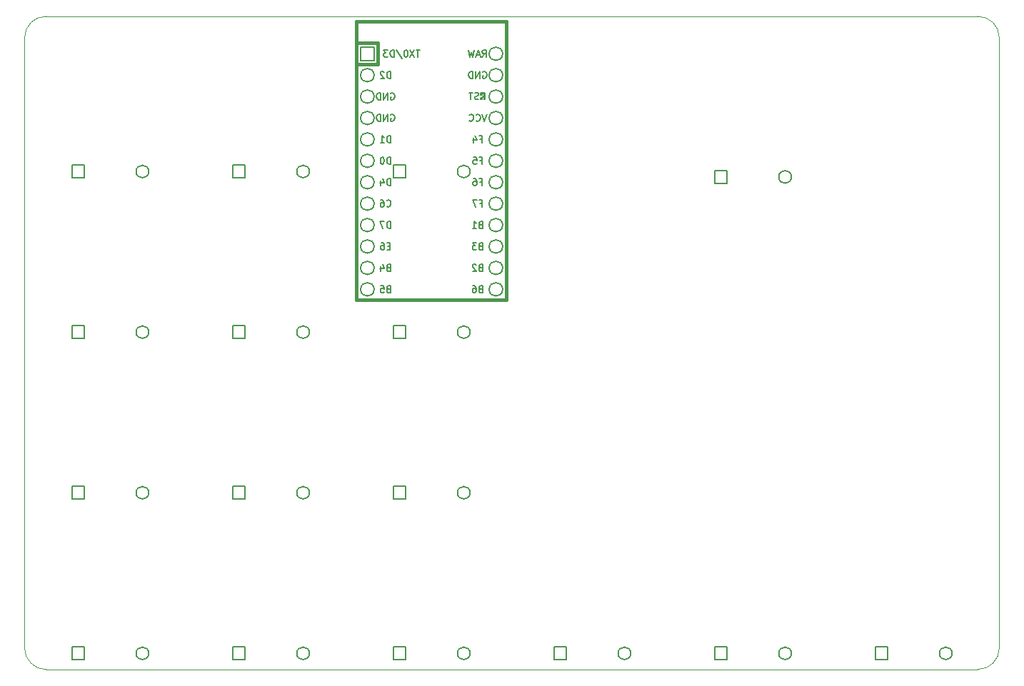
<source format=gbr>
G04 #@! TF.GenerationSoftware,KiCad,Pcbnew,(5.1.5)-3*
G04 #@! TF.CreationDate,2020-09-12T16:36:05+03:00*
G04 #@! TF.ProjectId,taro,7461726f-2e6b-4696-9361-645f70636258,rev?*
G04 #@! TF.SameCoordinates,Original*
G04 #@! TF.FileFunction,Legend,Bot*
G04 #@! TF.FilePolarity,Positive*
%FSLAX46Y46*%
G04 Gerber Fmt 4.6, Leading zero omitted, Abs format (unit mm)*
G04 Created by KiCad (PCBNEW (5.1.5)-3) date 2020-09-12 16:36:05*
%MOMM*%
%LPD*%
G04 APERTURE LIST*
G04 #@! TA.AperFunction,Profile*
%ADD10C,0.050000*%
G04 #@! TD*
%ADD11C,0.381000*%
%ADD12C,0.150000*%
G04 APERTURE END LIST*
D10*
X46355000Y-140335000D02*
X156845000Y-140335000D01*
X43815000Y-65405000D02*
X43815000Y-137795000D01*
X156845000Y-62865000D02*
X46355000Y-62865000D01*
X159385000Y-137795000D02*
X159385000Y-65405000D01*
X159385000Y-137795000D02*
G75*
G02X156845000Y-140335000I-2540000J0D01*
G01*
X46355000Y-140335000D02*
G75*
G02X43815000Y-137795000I0J2540000D01*
G01*
X43815000Y-65405000D02*
G75*
G02X46355000Y-62865000I2540000J0D01*
G01*
X156845000Y-62865000D02*
G75*
G02X159385000Y-65405000I0J-2540000D01*
G01*
D11*
G04 #@! TO.C,U1*
X85725000Y-68580000D02*
X83185000Y-68580000D01*
X85725000Y-66040000D02*
X85725000Y-68580000D01*
D12*
G36*
X98119635Y-72329030D02*
G01*
X98119635Y-72429030D01*
X98219635Y-72429030D01*
X98219635Y-72329030D01*
X98119635Y-72329030D01*
G37*
X98119635Y-72329030D02*
X98119635Y-72429030D01*
X98219635Y-72429030D01*
X98219635Y-72329030D01*
X98119635Y-72329030D01*
G36*
X98319635Y-71929030D02*
G01*
X98319635Y-72729030D01*
X98419635Y-72729030D01*
X98419635Y-71929030D01*
X98319635Y-71929030D01*
G37*
X98319635Y-71929030D02*
X98319635Y-72729030D01*
X98419635Y-72729030D01*
X98419635Y-71929030D01*
X98319635Y-71929030D01*
G36*
X97919635Y-72529030D02*
G01*
X97919635Y-72729030D01*
X98019635Y-72729030D01*
X98019635Y-72529030D01*
X97919635Y-72529030D01*
G37*
X97919635Y-72529030D02*
X97919635Y-72729030D01*
X98019635Y-72729030D01*
X98019635Y-72529030D01*
X97919635Y-72529030D01*
G36*
X97919635Y-71929030D02*
G01*
X97919635Y-72229030D01*
X98019635Y-72229030D01*
X98019635Y-71929030D01*
X97919635Y-71929030D01*
G37*
X97919635Y-71929030D02*
X97919635Y-72229030D01*
X98019635Y-72229030D01*
X98019635Y-71929030D01*
X97919635Y-71929030D01*
G36*
X97919635Y-71929030D02*
G01*
X97919635Y-72029030D01*
X98419635Y-72029030D01*
X98419635Y-71929030D01*
X97919635Y-71929030D01*
G37*
X97919635Y-71929030D02*
X97919635Y-72029030D01*
X98419635Y-72029030D01*
X98419635Y-71929030D01*
X97919635Y-71929030D01*
D11*
X100965000Y-96520000D02*
X100965000Y-63500000D01*
X83185000Y-96520000D02*
X100965000Y-96520000D01*
X83185000Y-63500000D02*
X83185000Y-96520000D01*
X100965000Y-63500000D02*
X83185000Y-63500000D01*
X85725000Y-66040000D02*
X83185000Y-66040000D01*
G04 #@! TD*
D12*
G04 #@! TO.C,U1*
X83653700Y-66508700D02*
X83653700Y-68111300D01*
X85256300Y-68111300D01*
X85256300Y-66508700D01*
X83653700Y-66508700D01*
X85256300Y-69850000D02*
G75*
G03X85256300Y-69850000I-801300J0D01*
G01*
X85256300Y-72390000D02*
G75*
G03X85256300Y-72390000I-801300J0D01*
G01*
X85256300Y-74930000D02*
G75*
G03X85256300Y-74930000I-801300J0D01*
G01*
X85256300Y-77470000D02*
G75*
G03X85256300Y-77470000I-801300J0D01*
G01*
X85256300Y-80010000D02*
G75*
G03X85256300Y-80010000I-801300J0D01*
G01*
X85256300Y-82550000D02*
G75*
G03X85256300Y-82550000I-801300J0D01*
G01*
X85256300Y-85090000D02*
G75*
G03X85256300Y-85090000I-801300J0D01*
G01*
X85256300Y-87630000D02*
G75*
G03X85256300Y-87630000I-801300J0D01*
G01*
X85256300Y-90170000D02*
G75*
G03X85256300Y-90170000I-801300J0D01*
G01*
X85256300Y-92710000D02*
G75*
G03X85256300Y-92710000I-801300J0D01*
G01*
X100496300Y-95250000D02*
G75*
G03X100496300Y-95250000I-801300J0D01*
G01*
X100496300Y-92710000D02*
G75*
G03X100496300Y-92710000I-801300J0D01*
G01*
X100496300Y-90170000D02*
G75*
G03X100496300Y-90170000I-801300J0D01*
G01*
X100496300Y-87630000D02*
G75*
G03X100496300Y-87630000I-801300J0D01*
G01*
X100496300Y-85090000D02*
G75*
G03X100496300Y-85090000I-801300J0D01*
G01*
X100496300Y-82550000D02*
G75*
G03X100496300Y-82550000I-801300J0D01*
G01*
X100496300Y-80010000D02*
G75*
G03X100496300Y-80010000I-801300J0D01*
G01*
X100496300Y-77470000D02*
G75*
G03X100496300Y-77470000I-801300J0D01*
G01*
X100496300Y-74930000D02*
G75*
G03X100496300Y-74930000I-801300J0D01*
G01*
X100496300Y-72390000D02*
G75*
G03X100496300Y-72390000I-801300J0D01*
G01*
X100496300Y-69850000D02*
G75*
G03X100496300Y-69850000I-801300J0D01*
G01*
X85256300Y-95250000D02*
G75*
G03X85256300Y-95250000I-801300J0D01*
G01*
X100496300Y-67310000D02*
G75*
G03X100496300Y-67310000I-801300J0D01*
G01*
G04 #@! TD*
G04 #@! TO.C,D16*
X153785500Y-138430000D02*
G75*
G03X153785500Y-138430000I-750500J0D01*
G01*
X144664500Y-137679500D02*
X144664500Y-139180500D01*
X146165500Y-139180500D01*
X146165500Y-137679500D01*
X144664500Y-137679500D01*
G04 #@! TD*
G04 #@! TO.C,D15*
X134735500Y-138430000D02*
G75*
G03X134735500Y-138430000I-750500J0D01*
G01*
X125614500Y-137679500D02*
X125614500Y-139180500D01*
X127115500Y-139180500D01*
X127115500Y-137679500D01*
X125614500Y-137679500D01*
G04 #@! TD*
G04 #@! TO.C,D14*
X134735500Y-81915000D02*
G75*
G03X134735500Y-81915000I-750500J0D01*
G01*
X125614500Y-81164500D02*
X125614500Y-82665500D01*
X127115500Y-82665500D01*
X127115500Y-81164500D01*
X125614500Y-81164500D01*
G04 #@! TD*
G04 #@! TO.C,D13*
X115685500Y-138430000D02*
G75*
G03X115685500Y-138430000I-750500J0D01*
G01*
X106564500Y-137679500D02*
X106564500Y-139180500D01*
X108065500Y-139180500D01*
X108065500Y-137679500D01*
X106564500Y-137679500D01*
G04 #@! TD*
G04 #@! TO.C,D12*
X96635500Y-138430000D02*
G75*
G03X96635500Y-138430000I-750500J0D01*
G01*
X87514500Y-137679500D02*
X87514500Y-139180500D01*
X89015500Y-139180500D01*
X89015500Y-137679500D01*
X87514500Y-137679500D01*
G04 #@! TD*
G04 #@! TO.C,D11*
X96635500Y-119380000D02*
G75*
G03X96635500Y-119380000I-750500J0D01*
G01*
X87514500Y-118629500D02*
X87514500Y-120130500D01*
X89015500Y-120130500D01*
X89015500Y-118629500D01*
X87514500Y-118629500D01*
G04 #@! TD*
G04 #@! TO.C,D10*
X96635500Y-100330000D02*
G75*
G03X96635500Y-100330000I-750500J0D01*
G01*
X87514500Y-99579500D02*
X87514500Y-101080500D01*
X89015500Y-101080500D01*
X89015500Y-99579500D01*
X87514500Y-99579500D01*
G04 #@! TD*
G04 #@! TO.C,D9*
X96635500Y-81280000D02*
G75*
G03X96635500Y-81280000I-750500J0D01*
G01*
X87514500Y-80529500D02*
X87514500Y-82030500D01*
X89015500Y-82030500D01*
X89015500Y-80529500D01*
X87514500Y-80529500D01*
G04 #@! TD*
G04 #@! TO.C,D8*
X77585500Y-138430000D02*
G75*
G03X77585500Y-138430000I-750500J0D01*
G01*
X68464500Y-137679500D02*
X68464500Y-139180500D01*
X69965500Y-139180500D01*
X69965500Y-137679500D01*
X68464500Y-137679500D01*
G04 #@! TD*
G04 #@! TO.C,D7*
X77585500Y-119380000D02*
G75*
G03X77585500Y-119380000I-750500J0D01*
G01*
X68464500Y-118629500D02*
X68464500Y-120130500D01*
X69965500Y-120130500D01*
X69965500Y-118629500D01*
X68464500Y-118629500D01*
G04 #@! TD*
G04 #@! TO.C,D6*
X77585500Y-100330000D02*
G75*
G03X77585500Y-100330000I-750500J0D01*
G01*
X68464500Y-99579500D02*
X68464500Y-101080500D01*
X69965500Y-101080500D01*
X69965500Y-99579500D01*
X68464500Y-99579500D01*
G04 #@! TD*
G04 #@! TO.C,D5*
X77585500Y-81280000D02*
G75*
G03X77585500Y-81280000I-750500J0D01*
G01*
X68464500Y-80529500D02*
X68464500Y-82030500D01*
X69965500Y-82030500D01*
X69965500Y-80529500D01*
X68464500Y-80529500D01*
G04 #@! TD*
G04 #@! TO.C,D4*
X58535500Y-138430000D02*
G75*
G03X58535500Y-138430000I-750500J0D01*
G01*
X49414500Y-137679500D02*
X49414500Y-139180500D01*
X50915500Y-139180500D01*
X50915500Y-137679500D01*
X49414500Y-137679500D01*
G04 #@! TD*
G04 #@! TO.C,D3*
X58535500Y-119380000D02*
G75*
G03X58535500Y-119380000I-750500J0D01*
G01*
X49414500Y-118629500D02*
X49414500Y-120130500D01*
X50915500Y-120130500D01*
X50915500Y-118629500D01*
X49414500Y-118629500D01*
G04 #@! TD*
G04 #@! TO.C,D2*
X58535500Y-100330000D02*
G75*
G03X58535500Y-100330000I-750500J0D01*
G01*
X49414500Y-99579500D02*
X49414500Y-101080500D01*
X50915500Y-101080500D01*
X50915500Y-99579500D01*
X49414500Y-99579500D01*
G04 #@! TD*
G04 #@! TO.C,D1*
X58535500Y-81280000D02*
G75*
G03X58535500Y-81280000I-750500J0D01*
G01*
X49414500Y-80529500D02*
X49414500Y-82030500D01*
X50915500Y-82030500D01*
X50915500Y-80529500D01*
X49414500Y-80529500D01*
G04 #@! TD*
G04 #@! TO.C,U1*
X87204476Y-70211904D02*
X87204476Y-69411904D01*
X87014000Y-69411904D01*
X86899714Y-69450000D01*
X86823523Y-69526190D01*
X86785428Y-69602380D01*
X86747333Y-69754761D01*
X86747333Y-69869047D01*
X86785428Y-70021428D01*
X86823523Y-70097619D01*
X86899714Y-70173809D01*
X87014000Y-70211904D01*
X87204476Y-70211904D01*
X86442571Y-69488095D02*
X86404476Y-69450000D01*
X86328285Y-69411904D01*
X86137809Y-69411904D01*
X86061619Y-69450000D01*
X86023523Y-69488095D01*
X85985428Y-69564285D01*
X85985428Y-69640476D01*
X86023523Y-69754761D01*
X86480666Y-70211904D01*
X85985428Y-70211904D01*
X87204476Y-80371904D02*
X87204476Y-79571904D01*
X87014000Y-79571904D01*
X86899714Y-79610000D01*
X86823523Y-79686190D01*
X86785428Y-79762380D01*
X86747333Y-79914761D01*
X86747333Y-80029047D01*
X86785428Y-80181428D01*
X86823523Y-80257619D01*
X86899714Y-80333809D01*
X87014000Y-80371904D01*
X87204476Y-80371904D01*
X86252095Y-79571904D02*
X86175904Y-79571904D01*
X86099714Y-79610000D01*
X86061619Y-79648095D01*
X86023523Y-79724285D01*
X85985428Y-79876666D01*
X85985428Y-80067142D01*
X86023523Y-80219523D01*
X86061619Y-80295714D01*
X86099714Y-80333809D01*
X86175904Y-80371904D01*
X86252095Y-80371904D01*
X86328285Y-80333809D01*
X86366380Y-80295714D01*
X86404476Y-80219523D01*
X86442571Y-80067142D01*
X86442571Y-79876666D01*
X86404476Y-79724285D01*
X86366380Y-79648095D01*
X86328285Y-79610000D01*
X86252095Y-79571904D01*
X87204476Y-77831904D02*
X87204476Y-77031904D01*
X87014000Y-77031904D01*
X86899714Y-77070000D01*
X86823523Y-77146190D01*
X86785428Y-77222380D01*
X86747333Y-77374761D01*
X86747333Y-77489047D01*
X86785428Y-77641428D01*
X86823523Y-77717619D01*
X86899714Y-77793809D01*
X87014000Y-77831904D01*
X87204476Y-77831904D01*
X85985428Y-77831904D02*
X86442571Y-77831904D01*
X86214000Y-77831904D02*
X86214000Y-77031904D01*
X86290190Y-77146190D01*
X86366380Y-77222380D01*
X86442571Y-77260476D01*
X87223523Y-74530000D02*
X87299714Y-74491904D01*
X87414000Y-74491904D01*
X87528285Y-74530000D01*
X87604476Y-74606190D01*
X87642571Y-74682380D01*
X87680666Y-74834761D01*
X87680666Y-74949047D01*
X87642571Y-75101428D01*
X87604476Y-75177619D01*
X87528285Y-75253809D01*
X87414000Y-75291904D01*
X87337809Y-75291904D01*
X87223523Y-75253809D01*
X87185428Y-75215714D01*
X87185428Y-74949047D01*
X87337809Y-74949047D01*
X86842571Y-75291904D02*
X86842571Y-74491904D01*
X86385428Y-75291904D01*
X86385428Y-74491904D01*
X86004476Y-75291904D02*
X86004476Y-74491904D01*
X85814000Y-74491904D01*
X85699714Y-74530000D01*
X85623523Y-74606190D01*
X85585428Y-74682380D01*
X85547333Y-74834761D01*
X85547333Y-74949047D01*
X85585428Y-75101428D01*
X85623523Y-75177619D01*
X85699714Y-75253809D01*
X85814000Y-75291904D01*
X86004476Y-75291904D01*
X87223523Y-71990000D02*
X87299714Y-71951904D01*
X87414000Y-71951904D01*
X87528285Y-71990000D01*
X87604476Y-72066190D01*
X87642571Y-72142380D01*
X87680666Y-72294761D01*
X87680666Y-72409047D01*
X87642571Y-72561428D01*
X87604476Y-72637619D01*
X87528285Y-72713809D01*
X87414000Y-72751904D01*
X87337809Y-72751904D01*
X87223523Y-72713809D01*
X87185428Y-72675714D01*
X87185428Y-72409047D01*
X87337809Y-72409047D01*
X86842571Y-72751904D02*
X86842571Y-71951904D01*
X86385428Y-72751904D01*
X86385428Y-71951904D01*
X86004476Y-72751904D02*
X86004476Y-71951904D01*
X85814000Y-71951904D01*
X85699714Y-71990000D01*
X85623523Y-72066190D01*
X85585428Y-72142380D01*
X85547333Y-72294761D01*
X85547333Y-72409047D01*
X85585428Y-72561428D01*
X85623523Y-72637619D01*
X85699714Y-72713809D01*
X85814000Y-72751904D01*
X86004476Y-72751904D01*
X87204476Y-82911904D02*
X87204476Y-82111904D01*
X87014000Y-82111904D01*
X86899714Y-82150000D01*
X86823523Y-82226190D01*
X86785428Y-82302380D01*
X86747333Y-82454761D01*
X86747333Y-82569047D01*
X86785428Y-82721428D01*
X86823523Y-82797619D01*
X86899714Y-82873809D01*
X87014000Y-82911904D01*
X87204476Y-82911904D01*
X86061619Y-82378571D02*
X86061619Y-82911904D01*
X86252095Y-82073809D02*
X86442571Y-82645238D01*
X85947333Y-82645238D01*
X86747333Y-85375714D02*
X86785428Y-85413809D01*
X86899714Y-85451904D01*
X86975904Y-85451904D01*
X87090190Y-85413809D01*
X87166380Y-85337619D01*
X87204476Y-85261428D01*
X87242571Y-85109047D01*
X87242571Y-84994761D01*
X87204476Y-84842380D01*
X87166380Y-84766190D01*
X87090190Y-84690000D01*
X86975904Y-84651904D01*
X86899714Y-84651904D01*
X86785428Y-84690000D01*
X86747333Y-84728095D01*
X86061619Y-84651904D02*
X86214000Y-84651904D01*
X86290190Y-84690000D01*
X86328285Y-84728095D01*
X86404476Y-84842380D01*
X86442571Y-84994761D01*
X86442571Y-85299523D01*
X86404476Y-85375714D01*
X86366380Y-85413809D01*
X86290190Y-85451904D01*
X86137809Y-85451904D01*
X86061619Y-85413809D01*
X86023523Y-85375714D01*
X85985428Y-85299523D01*
X85985428Y-85109047D01*
X86023523Y-85032857D01*
X86061619Y-84994761D01*
X86137809Y-84956666D01*
X86290190Y-84956666D01*
X86366380Y-84994761D01*
X86404476Y-85032857D01*
X86442571Y-85109047D01*
X87204476Y-87991904D02*
X87204476Y-87191904D01*
X87014000Y-87191904D01*
X86899714Y-87230000D01*
X86823523Y-87306190D01*
X86785428Y-87382380D01*
X86747333Y-87534761D01*
X86747333Y-87649047D01*
X86785428Y-87801428D01*
X86823523Y-87877619D01*
X86899714Y-87953809D01*
X87014000Y-87991904D01*
X87204476Y-87991904D01*
X86480666Y-87191904D02*
X85947333Y-87191904D01*
X86290190Y-87991904D01*
X87166380Y-90112857D02*
X86899714Y-90112857D01*
X86785428Y-90531904D02*
X87166380Y-90531904D01*
X87166380Y-89731904D01*
X86785428Y-89731904D01*
X86099714Y-89731904D02*
X86252095Y-89731904D01*
X86328285Y-89770000D01*
X86366380Y-89808095D01*
X86442571Y-89922380D01*
X86480666Y-90074761D01*
X86480666Y-90379523D01*
X86442571Y-90455714D01*
X86404476Y-90493809D01*
X86328285Y-90531904D01*
X86175904Y-90531904D01*
X86099714Y-90493809D01*
X86061619Y-90455714D01*
X86023523Y-90379523D01*
X86023523Y-90189047D01*
X86061619Y-90112857D01*
X86099714Y-90074761D01*
X86175904Y-90036666D01*
X86328285Y-90036666D01*
X86404476Y-90074761D01*
X86442571Y-90112857D01*
X86480666Y-90189047D01*
X86937809Y-92652857D02*
X86823523Y-92690952D01*
X86785428Y-92729047D01*
X86747333Y-92805238D01*
X86747333Y-92919523D01*
X86785428Y-92995714D01*
X86823523Y-93033809D01*
X86899714Y-93071904D01*
X87204476Y-93071904D01*
X87204476Y-92271904D01*
X86937809Y-92271904D01*
X86861619Y-92310000D01*
X86823523Y-92348095D01*
X86785428Y-92424285D01*
X86785428Y-92500476D01*
X86823523Y-92576666D01*
X86861619Y-92614761D01*
X86937809Y-92652857D01*
X87204476Y-92652857D01*
X86061619Y-92538571D02*
X86061619Y-93071904D01*
X86252095Y-92233809D02*
X86442571Y-92805238D01*
X85947333Y-92805238D01*
X86937809Y-95192857D02*
X86823523Y-95230952D01*
X86785428Y-95269047D01*
X86747333Y-95345238D01*
X86747333Y-95459523D01*
X86785428Y-95535714D01*
X86823523Y-95573809D01*
X86899714Y-95611904D01*
X87204476Y-95611904D01*
X87204476Y-94811904D01*
X86937809Y-94811904D01*
X86861619Y-94850000D01*
X86823523Y-94888095D01*
X86785428Y-94964285D01*
X86785428Y-95040476D01*
X86823523Y-95116666D01*
X86861619Y-95154761D01*
X86937809Y-95192857D01*
X87204476Y-95192857D01*
X86023523Y-94811904D02*
X86404476Y-94811904D01*
X86442571Y-95192857D01*
X86404476Y-95154761D01*
X86328285Y-95116666D01*
X86137809Y-95116666D01*
X86061619Y-95154761D01*
X86023523Y-95192857D01*
X85985428Y-95269047D01*
X85985428Y-95459523D01*
X86023523Y-95535714D01*
X86061619Y-95573809D01*
X86137809Y-95611904D01*
X86328285Y-95611904D01*
X86404476Y-95573809D01*
X86442571Y-95535714D01*
X97859809Y-95192857D02*
X97745523Y-95230952D01*
X97707428Y-95269047D01*
X97669333Y-95345238D01*
X97669333Y-95459523D01*
X97707428Y-95535714D01*
X97745523Y-95573809D01*
X97821714Y-95611904D01*
X98126476Y-95611904D01*
X98126476Y-94811904D01*
X97859809Y-94811904D01*
X97783619Y-94850000D01*
X97745523Y-94888095D01*
X97707428Y-94964285D01*
X97707428Y-95040476D01*
X97745523Y-95116666D01*
X97783619Y-95154761D01*
X97859809Y-95192857D01*
X98126476Y-95192857D01*
X96983619Y-94811904D02*
X97136000Y-94811904D01*
X97212190Y-94850000D01*
X97250285Y-94888095D01*
X97326476Y-95002380D01*
X97364571Y-95154761D01*
X97364571Y-95459523D01*
X97326476Y-95535714D01*
X97288380Y-95573809D01*
X97212190Y-95611904D01*
X97059809Y-95611904D01*
X96983619Y-95573809D01*
X96945523Y-95535714D01*
X96907428Y-95459523D01*
X96907428Y-95269047D01*
X96945523Y-95192857D01*
X96983619Y-95154761D01*
X97059809Y-95116666D01*
X97212190Y-95116666D01*
X97288380Y-95154761D01*
X97326476Y-95192857D01*
X97364571Y-95269047D01*
X97859809Y-90112857D02*
X97745523Y-90150952D01*
X97707428Y-90189047D01*
X97669333Y-90265238D01*
X97669333Y-90379523D01*
X97707428Y-90455714D01*
X97745523Y-90493809D01*
X97821714Y-90531904D01*
X98126476Y-90531904D01*
X98126476Y-89731904D01*
X97859809Y-89731904D01*
X97783619Y-89770000D01*
X97745523Y-89808095D01*
X97707428Y-89884285D01*
X97707428Y-89960476D01*
X97745523Y-90036666D01*
X97783619Y-90074761D01*
X97859809Y-90112857D01*
X98126476Y-90112857D01*
X97402666Y-89731904D02*
X96907428Y-89731904D01*
X97174095Y-90036666D01*
X97059809Y-90036666D01*
X96983619Y-90074761D01*
X96945523Y-90112857D01*
X96907428Y-90189047D01*
X96907428Y-90379523D01*
X96945523Y-90455714D01*
X96983619Y-90493809D01*
X97059809Y-90531904D01*
X97288380Y-90531904D01*
X97364571Y-90493809D01*
X97402666Y-90455714D01*
X97859809Y-87572857D02*
X97745523Y-87610952D01*
X97707428Y-87649047D01*
X97669333Y-87725238D01*
X97669333Y-87839523D01*
X97707428Y-87915714D01*
X97745523Y-87953809D01*
X97821714Y-87991904D01*
X98126476Y-87991904D01*
X98126476Y-87191904D01*
X97859809Y-87191904D01*
X97783619Y-87230000D01*
X97745523Y-87268095D01*
X97707428Y-87344285D01*
X97707428Y-87420476D01*
X97745523Y-87496666D01*
X97783619Y-87534761D01*
X97859809Y-87572857D01*
X98126476Y-87572857D01*
X96907428Y-87991904D02*
X97364571Y-87991904D01*
X97136000Y-87991904D02*
X97136000Y-87191904D01*
X97212190Y-87306190D01*
X97288380Y-87382380D01*
X97364571Y-87420476D01*
X97802666Y-77412857D02*
X98069333Y-77412857D01*
X98069333Y-77831904D02*
X98069333Y-77031904D01*
X97688380Y-77031904D01*
X97040761Y-77298571D02*
X97040761Y-77831904D01*
X97231238Y-76993809D02*
X97421714Y-77565238D01*
X96926476Y-77565238D01*
X98602666Y-74491904D02*
X98336000Y-75291904D01*
X98069333Y-74491904D01*
X97345523Y-75215714D02*
X97383619Y-75253809D01*
X97497904Y-75291904D01*
X97574095Y-75291904D01*
X97688380Y-75253809D01*
X97764571Y-75177619D01*
X97802666Y-75101428D01*
X97840761Y-74949047D01*
X97840761Y-74834761D01*
X97802666Y-74682380D01*
X97764571Y-74606190D01*
X97688380Y-74530000D01*
X97574095Y-74491904D01*
X97497904Y-74491904D01*
X97383619Y-74530000D01*
X97345523Y-74568095D01*
X96545523Y-75215714D02*
X96583619Y-75253809D01*
X96697904Y-75291904D01*
X96774095Y-75291904D01*
X96888380Y-75253809D01*
X96964571Y-75177619D01*
X97002666Y-75101428D01*
X97040761Y-74949047D01*
X97040761Y-74834761D01*
X97002666Y-74682380D01*
X96964571Y-74606190D01*
X96888380Y-74530000D01*
X96774095Y-74491904D01*
X96697904Y-74491904D01*
X96583619Y-74530000D01*
X96545523Y-74568095D01*
X98145523Y-69450000D02*
X98221714Y-69411904D01*
X98336000Y-69411904D01*
X98450285Y-69450000D01*
X98526476Y-69526190D01*
X98564571Y-69602380D01*
X98602666Y-69754761D01*
X98602666Y-69869047D01*
X98564571Y-70021428D01*
X98526476Y-70097619D01*
X98450285Y-70173809D01*
X98336000Y-70211904D01*
X98259809Y-70211904D01*
X98145523Y-70173809D01*
X98107428Y-70135714D01*
X98107428Y-69869047D01*
X98259809Y-69869047D01*
X97764571Y-70211904D02*
X97764571Y-69411904D01*
X97307428Y-70211904D01*
X97307428Y-69411904D01*
X96926476Y-70211904D02*
X96926476Y-69411904D01*
X96736000Y-69411904D01*
X96621714Y-69450000D01*
X96545523Y-69526190D01*
X96507428Y-69602380D01*
X96469333Y-69754761D01*
X96469333Y-69869047D01*
X96507428Y-70021428D01*
X96545523Y-70097619D01*
X96621714Y-70173809D01*
X96736000Y-70211904D01*
X96926476Y-70211904D01*
X98088380Y-67671904D02*
X98355047Y-67290952D01*
X98545523Y-67671904D02*
X98545523Y-66871904D01*
X98240761Y-66871904D01*
X98164571Y-66910000D01*
X98126476Y-66948095D01*
X98088380Y-67024285D01*
X98088380Y-67138571D01*
X98126476Y-67214761D01*
X98164571Y-67252857D01*
X98240761Y-67290952D01*
X98545523Y-67290952D01*
X97783619Y-67443333D02*
X97402666Y-67443333D01*
X97859809Y-67671904D02*
X97593142Y-66871904D01*
X97326476Y-67671904D01*
X97136000Y-66871904D02*
X96945523Y-67671904D01*
X96793142Y-67100476D01*
X96640761Y-67671904D01*
X96450285Y-66871904D01*
X97802666Y-79952857D02*
X98069333Y-79952857D01*
X98069333Y-80371904D02*
X98069333Y-79571904D01*
X97688380Y-79571904D01*
X97002666Y-79571904D02*
X97383619Y-79571904D01*
X97421714Y-79952857D01*
X97383619Y-79914761D01*
X97307428Y-79876666D01*
X97116952Y-79876666D01*
X97040761Y-79914761D01*
X97002666Y-79952857D01*
X96964571Y-80029047D01*
X96964571Y-80219523D01*
X97002666Y-80295714D01*
X97040761Y-80333809D01*
X97116952Y-80371904D01*
X97307428Y-80371904D01*
X97383619Y-80333809D01*
X97421714Y-80295714D01*
X97802666Y-82492857D02*
X98069333Y-82492857D01*
X98069333Y-82911904D02*
X98069333Y-82111904D01*
X97688380Y-82111904D01*
X97040761Y-82111904D02*
X97193142Y-82111904D01*
X97269333Y-82150000D01*
X97307428Y-82188095D01*
X97383619Y-82302380D01*
X97421714Y-82454761D01*
X97421714Y-82759523D01*
X97383619Y-82835714D01*
X97345523Y-82873809D01*
X97269333Y-82911904D01*
X97116952Y-82911904D01*
X97040761Y-82873809D01*
X97002666Y-82835714D01*
X96964571Y-82759523D01*
X96964571Y-82569047D01*
X97002666Y-82492857D01*
X97040761Y-82454761D01*
X97116952Y-82416666D01*
X97269333Y-82416666D01*
X97345523Y-82454761D01*
X97383619Y-82492857D01*
X97421714Y-82569047D01*
X97802666Y-85032857D02*
X98069333Y-85032857D01*
X98069333Y-85451904D02*
X98069333Y-84651904D01*
X97688380Y-84651904D01*
X97459809Y-84651904D02*
X96926476Y-84651904D01*
X97269333Y-85451904D01*
X97859809Y-92652857D02*
X97745523Y-92690952D01*
X97707428Y-92729047D01*
X97669333Y-92805238D01*
X97669333Y-92919523D01*
X97707428Y-92995714D01*
X97745523Y-93033809D01*
X97821714Y-93071904D01*
X98126476Y-93071904D01*
X98126476Y-92271904D01*
X97859809Y-92271904D01*
X97783619Y-92310000D01*
X97745523Y-92348095D01*
X97707428Y-92424285D01*
X97707428Y-92500476D01*
X97745523Y-92576666D01*
X97783619Y-92614761D01*
X97859809Y-92652857D01*
X98126476Y-92652857D01*
X97364571Y-92348095D02*
X97326476Y-92310000D01*
X97250285Y-92271904D01*
X97059809Y-92271904D01*
X96983619Y-92310000D01*
X96945523Y-92348095D01*
X96907428Y-92424285D01*
X96907428Y-92500476D01*
X96945523Y-92614761D01*
X97402666Y-93071904D01*
X96907428Y-93071904D01*
X90693604Y-66871904D02*
X90236461Y-66871904D01*
X90465032Y-67671904D02*
X90465032Y-66871904D01*
X90045985Y-66871904D02*
X89512651Y-67671904D01*
X89512651Y-66871904D02*
X90045985Y-67671904D01*
X89055508Y-66871904D02*
X88979318Y-66871904D01*
X88903128Y-66910000D01*
X88865032Y-66948095D01*
X88826937Y-67024285D01*
X88788842Y-67176666D01*
X88788842Y-67367142D01*
X88826937Y-67519523D01*
X88865032Y-67595714D01*
X88903128Y-67633809D01*
X88979318Y-67671904D01*
X89055508Y-67671904D01*
X89131699Y-67633809D01*
X89169794Y-67595714D01*
X89207889Y-67519523D01*
X89245985Y-67367142D01*
X89245985Y-67176666D01*
X89207889Y-67024285D01*
X89169794Y-66948095D01*
X89131699Y-66910000D01*
X89055508Y-66871904D01*
X87874556Y-66833809D02*
X88560270Y-67862380D01*
X87607889Y-67671904D02*
X87607889Y-66871904D01*
X87417413Y-66871904D01*
X87303128Y-66910000D01*
X87226937Y-66986190D01*
X87188842Y-67062380D01*
X87150747Y-67214761D01*
X87150747Y-67329047D01*
X87188842Y-67481428D01*
X87226937Y-67557619D01*
X87303128Y-67633809D01*
X87417413Y-67671904D01*
X87607889Y-67671904D01*
X86884080Y-66871904D02*
X86388842Y-66871904D01*
X86655508Y-67176666D01*
X86541223Y-67176666D01*
X86465032Y-67214761D01*
X86426937Y-67252857D01*
X86388842Y-67329047D01*
X86388842Y-67519523D01*
X86426937Y-67595714D01*
X86465032Y-67633809D01*
X86541223Y-67671904D01*
X86769794Y-67671904D01*
X86845985Y-67633809D01*
X86884080Y-67595714D01*
X97648333Y-72693809D02*
X97534047Y-72731904D01*
X97343571Y-72731904D01*
X97267380Y-72693809D01*
X97229285Y-72655714D01*
X97191190Y-72579523D01*
X97191190Y-72503333D01*
X97229285Y-72427142D01*
X97267380Y-72389047D01*
X97343571Y-72350952D01*
X97495952Y-72312857D01*
X97572142Y-72274761D01*
X97610238Y-72236666D01*
X97648333Y-72160476D01*
X97648333Y-72084285D01*
X97610238Y-72008095D01*
X97572142Y-71970000D01*
X97495952Y-71931904D01*
X97305476Y-71931904D01*
X97191190Y-71970000D01*
X96962619Y-71931904D02*
X96505476Y-71931904D01*
X96734047Y-72731904D02*
X96734047Y-71931904D01*
G04 #@! TD*
M02*

</source>
